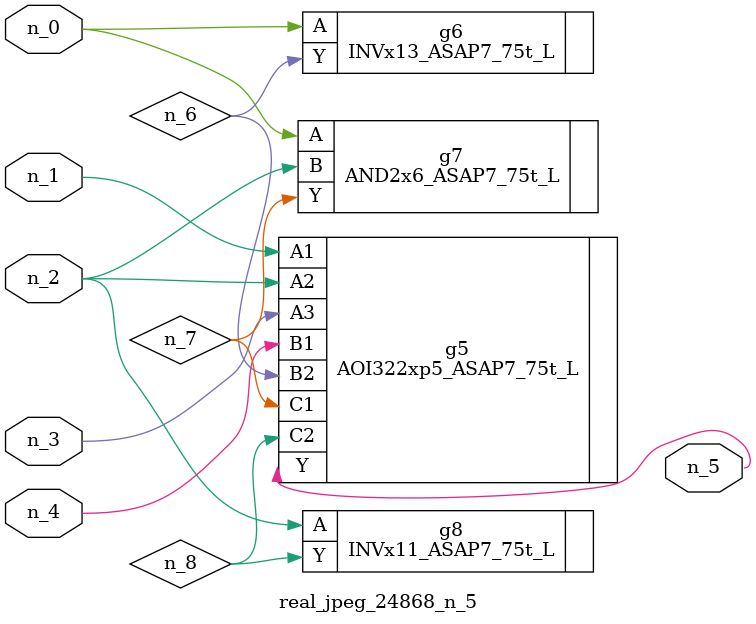
<source format=v>
module real_jpeg_24868_n_5 (n_4, n_0, n_1, n_2, n_3, n_5);

input n_4;
input n_0;
input n_1;
input n_2;
input n_3;

output n_5;

wire n_8;
wire n_6;
wire n_7;

INVx13_ASAP7_75t_L g6 ( 
.A(n_0),
.Y(n_6)
);

AND2x6_ASAP7_75t_L g7 ( 
.A(n_0),
.B(n_2),
.Y(n_7)
);

AOI322xp5_ASAP7_75t_L g5 ( 
.A1(n_1),
.A2(n_2),
.A3(n_3),
.B1(n_4),
.B2(n_6),
.C1(n_7),
.C2(n_8),
.Y(n_5)
);

INVx11_ASAP7_75t_L g8 ( 
.A(n_2),
.Y(n_8)
);


endmodule
</source>
